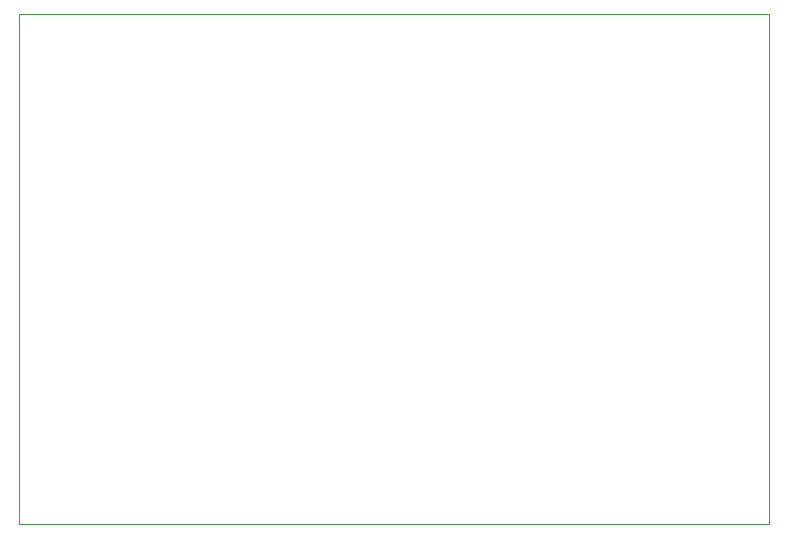
<source format=gbr>
%TF.GenerationSoftware,KiCad,Pcbnew,6.0.2+dfsg-1*%
%TF.CreationDate,2023-02-23T16:45:00-06:00*%
%TF.ProjectId,communication_subsystem_v2,636f6d6d-756e-4696-9361-74696f6e5f73,rev?*%
%TF.SameCoordinates,Original*%
%TF.FileFunction,Profile,NP*%
%FSLAX46Y46*%
G04 Gerber Fmt 4.6, Leading zero omitted, Abs format (unit mm)*
G04 Created by KiCad (PCBNEW 6.0.2+dfsg-1) date 2023-02-23 16:45:00*
%MOMM*%
%LPD*%
G01*
G04 APERTURE LIST*
%TA.AperFunction,Profile*%
%ADD10C,0.100000*%
%TD*%
G04 APERTURE END LIST*
D10*
X143510000Y-40640000D02*
X207010000Y-40640000D01*
X207010000Y-40640000D02*
X207010000Y-83820000D01*
X207010000Y-83820000D02*
X143510000Y-83820000D01*
X143510000Y-83820000D02*
X143510000Y-40640000D01*
M02*

</source>
